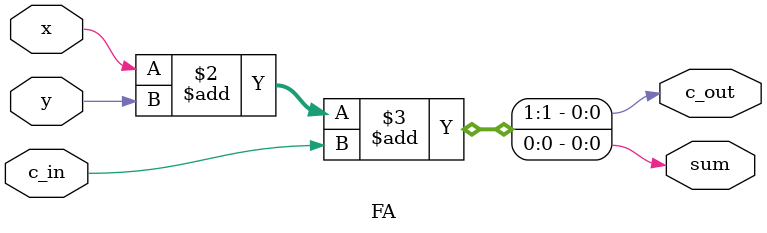
<source format=v>

module testbench;
    reg x,y,c_in;
    wire s,c;
    FA adder(.x(x),.y(y),.c_in(c_in),.sum(s),.c_out(c));

    initial begin
        x = 0;
        y = 0;
        c_in = 0;

        #5
        $display ("X = %d , Y = %d , C_in = %d , C_out = %d , S = %d\n",x,y,c_in,c,s);
        #20 
        x = 1;
        y = 0;
        c_in = 0;

        #5
        $display ("X = %d , Y = %d , C_in = %d , C_out = %d , S = %d\n",x,y,c_in,c,s);
        #20 
        x = 0;
        y = 1;
        c_in = 0;

        #5
        $display ("X = %d , Y = %d , C_in = %d , C_out = %d , S = %d\n",x,y,c_in,c,s);
        #20 
        x = 1;
        y = 1;
        c_in = 0;

        #5
        $display ("X = %d , Y = %d , C_in = %d , C_out = %d , S = %d\n",x,y,c_in,c,s);
        #20 
        x = 0;
        y = 0;
        c_in = 1;

        #5
        $display ("X = %d , Y = %d , C_in = %d , C_out = %d , S = %d\n",x,y,c_in,c,s);
        #20 
        x = 1;
        y = 0;
        c_in = 1;

        #5
        $display ("X = %d , Y = %d , C_in = %d , C_out = %d , S = %d\n",x,y,c_in,c,s);
        #20 
        x = 0;
        y = 1;
        c_in = 1;

        #5
        $display ("X = %d , Y = %d , C_in = %d , C_out = %d , S = %d\n",x,y,c_in,c,s);
        #20 
        x = 1;
        y = 1;
        c_in = 1;

        #5
        $display ("X = %d , Y = %d , C_in = %d , C_out = %d , S = %d\n",x,y,c_in,c,s);
        $finish;
    end
endmodule



module HA(a, b, sum, carry);
    input a, b;
    output sum, carry;
    reg sum, carry;

    always@(a or b)
    begin
        sum = a^b; // ^ stands for XOR
        carry = a&b; // & stands for AND
    end
endmodule



module FA(x,y,c_in,sum,c_out);
    input x,y,c_in;
    output sum,c_out;
    reg sum , c_out ;
    wire a , b, c ;

    always@(x or y or c_in)
    begin
        {c_out , sum } = x+y+c_in ; //{cout , sum} 當作兩個 bits 的組合 因此 x+y+c_in 的二進制就會分別有 c_out sum 的 bits
    end
endmodule


</source>
